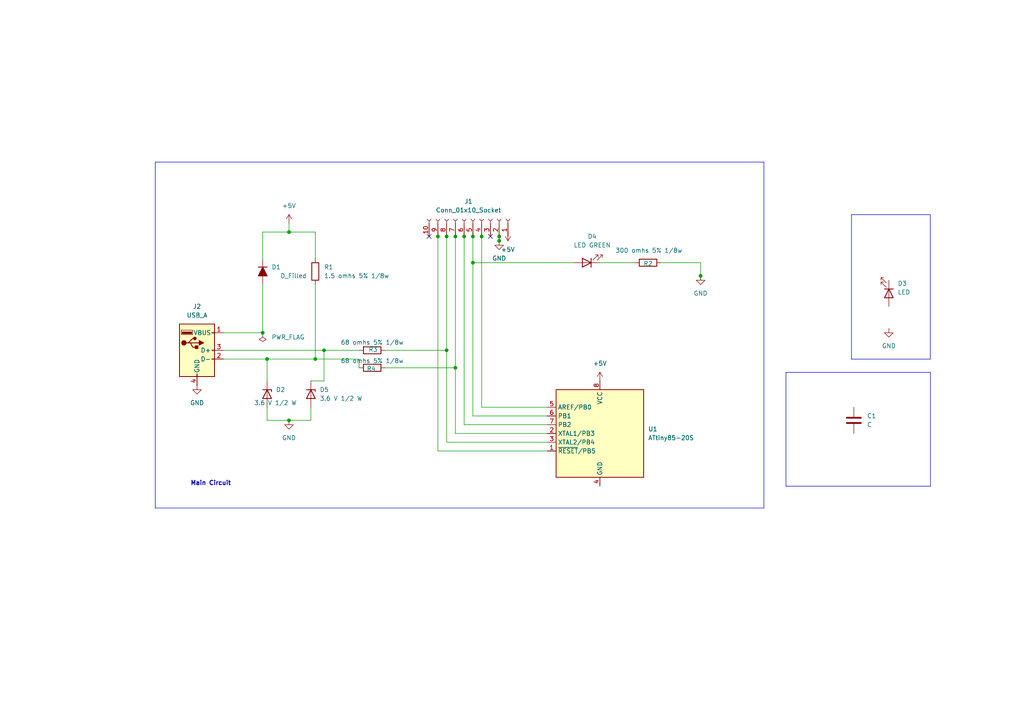
<source format=kicad_sch>
(kicad_sch (version 20250114) (generator "eeschema") (generator_version "9.0")
  (paper "A4")
  (title_block (date "2024-03-18") (rev "version Test2024") (company "UCC") (comment 1 "proyectoBase2024"))
  (lib_symbols
    (symbol "+5V_1" (power) (pin_names (offset 0))
      (property "Value" "+5V_1" (at 0 3.556 0))
      (symbol "+5V_1_0_1"
        (polyline (pts (xy -0.762 1.27) (xy 0 2.54)))
        (polyline (pts (xy 0 2.54) (xy 0.762 1.27)))
        (polyline (pts (xy 0 0) (xy 0 2.54)))
      )
      (symbol "+5V_1_1_1"
        (pin power_in line (at 0 0 90) (length 0) (hide yes) (name "+5V") (number "1"))
      )
    )
    (symbol "Connector:Conn_01x10_Socket" (pin_names (offset 1.016) (hide yes))
      (property "Reference" "J" (at 0 12.7 0))
      (property "Value" "Conn_01x10_Socket" (at 0 -15.24 0))
      (symbol "Conn_01x10_Socket_1_1"
        (polyline (pts (xy -1.27 10.16) (xy -0.508 10.16)) (stroke (width 0.1524)))
        (polyline (pts (xy -1.27 7.62) (xy -0.508 7.62)) (stroke (width 0.1524)))
        (polyline (pts (xy -1.27 5.08) (xy -0.508 5.08)) (stroke (width 0.1524)))
        (polyline (pts (xy -1.27 2.54) (xy -0.508 2.54)) (stroke (width 0.1524)))
        (polyline (pts (xy -1.27 0) (xy -0.508 0)) (stroke (width 0.1524)))
        (polyline (pts (xy -1.27 -2.54) (xy -0.508 -2.54)) (stroke (width 0.1524)))
        (polyline (pts (xy -1.27 -5.08) (xy -0.508 -5.08)) (stroke (width 0.1524)))
        (polyline (pts (xy -1.27 -7.62) (xy -0.508 -7.62)) (stroke (width 0.1524)))
        (polyline (pts (xy -1.27 -10.16) (xy -0.508 -10.16)) (stroke (width 0.1524)))
        (polyline (pts (xy -1.27 -12.7) (xy -0.508 -12.7)) (stroke (width 0.1524)))
        (arc (start 0 9.652) (mid -0.5058 10.16) (end 0 10.668) (stroke (width 0.1524)))
        (arc (start 0 7.112) (mid -0.5058 7.62) (end 0 8.128) (stroke (width 0.1524)))
        (arc (start 0 4.572) (mid -0.5058 5.08) (end 0 5.588) (stroke (width 0.1524)))
        (arc (start 0 2.032) (mid -0.5058 2.54) (end 0 3.048) (stroke (width 0.1524)))
        (arc (start 0 -0.508) (mid -0.5058 0) (end 0 0.508) (stroke (width 0.1524)))
        (arc (start 0 -3.048) (mid -0.5058 -2.54) (end 0 -2.032) (stroke (width 0.1524)))
        (arc (start 0 -5.588) (mid -0.5058 -5.08) (end 0 -4.572) (stroke (width 0.1524)))
        (arc (start 0 -8.128) (mid -0.5058 -7.62) (end 0 -7.112) (stroke (width 0.1524)))
        (arc (start 0 -10.668) (mid -0.5058 -10.16) (end 0 -9.652) (stroke (width 0.1524)))
        (arc (start 0 -13.208) (mid -0.5058 -12.7) (end 0 -12.192) (stroke (width 0.1524)))
        (pin passive line (at -5.08 10.16 0) (length 3.81) (name "Pin_1") (number "1"))
        (pin passive line (at -5.08 7.62 0) (length 3.81) (name "Pin_2") (number "2"))
        (pin passive line (at -5.08 5.08 0) (length 3.81) (name "Pin_3") (number "3"))
        (pin passive line (at -5.08 2.54 0) (length 3.81) (name "Pin_4") (number "4"))
        (pin passive line (at -5.08 0 0) (length 3.81) (name "Pin_5") (number "5"))
        (pin passive line (at -5.08 -2.54 0) (length 3.81) (name "Pin_6") (number "6"))
        (pin passive line (at -5.08 -5.08 0) (length 3.81) (name "Pin_7") (number "7"))
        (pin passive line (at -5.08 -7.62 0) (length 3.81) (name "Pin_8") (number "8"))
        (pin passive line (at -5.08 -10.16 0) (length 3.81) (name "Pin_9") (number "9"))
        (pin passive line (at -5.08 -12.7 0) (length 3.81) (name "Pin_10") (number "10"))
      )
    )
    (symbol "Connector:USB_A" (pin_names (offset 1.016))
      (property "Reference" "J2" (at 0 12.7 0))
      (property "Value" "USB_A" (at 0 10.16 0))
      (symbol "USB_A_0_1"
        (rectangle (start -5.08 -7.62) (end 5.08 7.62) (stroke (width 0.254)) (fill (type background)))
        (circle (center -3.81 2.159) (radius 0.635) (stroke (width 0.254)) (fill (type outline)))
        (polyline (pts (xy -3.175 2.159) (xy -2.54 2.159) (xy -1.27 3.429) (xy -0.635 3.429)) (stroke (width 0.254)))
        (polyline (pts (xy -2.54 2.159) (xy -1.905 2.159) (xy -1.27 0.889) (xy 0 0.889)) (stroke (width 0.254)))
        (rectangle (start -1.524 4.826) (end -4.318 5.334) (fill (type outline)))
        (rectangle (start -1.27 4.572) (end -4.572 5.842))
        (circle (center -0.635 3.429) (radius 0.381) (stroke (width 0.254)) (fill (type outline)))
        (rectangle (start -0.127 -7.62) (end 0.127 -6.858))
        (rectangle (start 0.254 1.27) (end -0.508 0.508) (stroke (width 0.254)) (fill (type outline)))
        (polyline (pts (xy 0.635 2.794) (xy 0.635 1.524) (xy 1.905 2.159) (xy 0.635 2.794)) (stroke (width 0.254)) (fill (type outline)))
        (rectangle (start 5.08 4.953) (end 4.318 5.207))
        (rectangle (start 5.08 -0.127) (end 4.318 0.127))
        (rectangle (start 5.08 -2.667) (end 4.318 -2.413))
      )
      (symbol "USB_A_1_1"
        (polyline (pts (xy -1.905 2.159) (xy 0.635 2.159)) (stroke (width 0.254)))
        (pin power_in line (at 0 -10.16 90) (length 2.54) (name "GND") (number "4"))
        (pin power_in line (at 7.62 5.08 180) (length 2.54) (name "VBUS") (number "1"))
        (pin bidirectional line (at 7.62 0 180) (length 2.54) (name "D+") (number "3"))
        (pin bidirectional line (at 7.62 -2.54 180) (length 2.54) (name "D-") (number "2"))
      )
    )
    (symbol "D_Filled_1" (pin_numbers (hide yes)) (pin_names (offset 1.016) (hide yes))
      (property "Reference" "D" (at 0 2.54 0))
      (property "Value" "D_Filled" (at 0 -2.54 0))
      (symbol "D_Filled_1_0_1"
        (polyline (pts (xy -1.27 1.27) (xy -1.27 -1.27)) (stroke (width 0.254)))
        (polyline (pts (xy 1.27 1.27) (xy 1.27 -1.27) (xy -1.27 0) (xy 1.27 1.27)) (stroke (width 0.254)) (fill (type outline)))
        (polyline (pts (xy 1.27 0) (xy -1.27 0)))
      )
      (symbol "D_Filled_1_1_1"
        (pin passive line (at -3.81 0 0) (length 2.54) (name "K") (number "1"))
        (pin passive line (at 3.81 0 180) (length 2.54) (name "A") (number "2"))
      )
    )
    (symbol "Device:C" (pin_numbers (hide yes)) (pin_names (offset 0.254))
      (property "Reference" "C" (at 0.635 2.54 0))
      (property "Value" "C" (at 0.635 -2.54 0))
      (symbol "C_0_1"
        (polyline (pts (xy -2.032 0.762) (xy 2.032 0.762)) (stroke (width 0.508)))
        (polyline (pts (xy -2.032 -0.762) (xy 2.032 -0.762)) (stroke (width 0.508)))
      )
      (symbol "C_1_1"
        (pin passive line (at 0 3.81 270) (length 2.794) (name "~") (number "1"))
        (pin passive line (at 0 -3.81 90) (length 2.794) (name "~") (number "2"))
      )
    )
    (symbol "Device:D_Zener" (pin_numbers (hide yes)) (pin_names (offset 1.016) (hide yes))
      (property "Reference" "D" (at 0 2.54 0))
      (property "Value" "D_Zener" (at 0 -2.54 0))
      (symbol "D_Zener_0_1"
        (polyline (pts (xy -1.27 -1.27) (xy -1.27 1.27) (xy -0.762 1.27)) (stroke (width 0.254)))
        (polyline (pts (xy 1.27 0) (xy -1.27 0)))
        (polyline (pts (xy 1.27 -1.27) (xy 1.27 1.27) (xy -1.27 0) (xy 1.27 -1.27)) (stroke (width 0.254)))
      )
      (symbol "D_Zener_1_1"
        (pin passive line (at -3.81 0 0) (length 2.54) (name "K") (number "1"))
        (pin passive line (at 3.81 0 180) (length 2.54) (name "A") (number "2"))
      )
    )
    (symbol "Device:LED" (pin_numbers (hide yes)) (pin_names (offset 1.016) (hide yes))
      (property "Reference" "D" (at 0 2.54 0))
      (property "Value" "LED" (at 0 -2.54 0))
      (symbol "LED_0_1"
        (polyline (pts (xy -3.048 -0.762) (xy -4.572 -2.286) (xy -3.81 -2.286) (xy -4.572 -2.286) (xy -4.572 -1.524)))
        (polyline (pts (xy -1.778 -0.762) (xy -3.302 -2.286) (xy -2.54 -2.286) (xy -3.302 -2.286) (xy -3.302 -1.524)))
        (polyline (pts (xy -1.27 0) (xy 1.27 0)))
        (polyline (pts (xy -1.27 -1.27) (xy -1.27 1.27)) (stroke (width 0.254)))
        (polyline (pts (xy 1.27 -1.27) (xy 1.27 1.27) (xy -1.27 0) (xy 1.27 -1.27)) (stroke (width 0.254)))
      )
      (symbol "LED_1_1"
        (pin passive line (at -3.81 0 0) (length 2.54) (name "K") (number "1"))
        (pin passive line (at 3.81 0 180) (length 2.54) (name "A") (number "2"))
      )
    )
    (symbol "Device:R" (pin_numbers (hide yes)) (pin_names (offset 0))
      (property "Reference" "R" (at 2.032 0 90))
      (property "Value" "R" (at 0 0 90))
      (symbol "R_0_1"
        (rectangle (start -1.016 -2.54) (end 1.016 2.54) (stroke (width 0.254)))
      )
      (symbol "R_1_1"
        (pin passive line (at 0 3.81 270) (length 1.27) (name "~") (number "1"))
        (pin passive line (at 0 -3.81 90) (length 1.27) (name "~") (number "2"))
      )
    )
    (symbol "GND_1" (power) (pin_names (offset 0))
      (property "Value" "GND_1" (at 0 -3.81 0))
      (symbol "GND_1_0_1"
        (polyline (pts (xy 0 0) (xy 0 -1.27) (xy 1.27 -1.27) (xy 0 -2.54) (xy -1.27 -1.27) (xy 0 -1.27)))
      )
      (symbol "GND_1_1_1"
        (pin power_in line (at 0 0 270) (length 0) (hide yes) (name "GND") (number "1"))
      )
    )
    (symbol "LED_1" (pin_numbers (hide yes)) (pin_names (offset 1.016) (hide yes))
      (property "Reference" "D" (at 0 2.54 0))
      (property "Value" "LED" (at 0 -2.54 0))
      (symbol "LED_1_0_1"
        (polyline (pts (xy -3.048 -0.762) (xy -4.572 -2.286) (xy -3.81 -2.286) (xy -4.572 -2.286) (xy -4.572 -1.524)))
        (polyline (pts (xy -1.778 -0.762) (xy -3.302 -2.286) (xy -2.54 -2.286) (xy -3.302 -2.286) (xy -3.302 -1.524)))
        (polyline (pts (xy -1.27 0) (xy 1.27 0)))
        (polyline (pts (xy -1.27 -1.27) (xy -1.27 1.27)) (stroke (width 0.254)))
        (polyline (pts (xy 1.27 -1.27) (xy 1.27 1.27) (xy -1.27 0) (xy 1.27 -1.27)) (stroke (width 0.254)))
      )
      (symbol "LED_1_1_1"
        (pin passive line (at -3.81 0 0) (length 2.54) (name "K") (number "1"))
        (pin passive line (at 3.81 0 180) (length 2.54) (name "A") (number "2"))
      )
    )
    (symbol "MCU_Microchip_ATtiny:ATtiny85-20S"
      (property "Reference" "U" (at -12.7 13.97 0))
      (property "Value" "ATtiny85-20S" (at 2.54 -13.97 0))
      (symbol "ATtiny85-20S_0_1"
        (rectangle (start -12.7 -12.7) (end 12.7 12.7) (stroke (width 0.254)) (fill (type background)))
      )
      (symbol "ATtiny85-20S_1_1"
        (pin power_in line (at 0 15.24 270) (length 2.54) (name "VCC") (number "8"))
        (pin power_in line (at 0 -15.24 90) (length 2.54) (name "GND") (number "4"))
        (pin bidirectional line (at 15.24 7.62 180) (length 2.54) (name "AREF/PB0") (number "5"))
        (pin bidirectional line (at 15.24 5.08 180) (length 2.54) (name "PB1") (number "6"))
        (pin bidirectional line (at 15.24 2.54 180) (length 2.54) (name "PB2") (number "7"))
        (pin bidirectional line (at 15.24 0 180) (length 2.54) (name "XTAL1/PB3") (number "2"))
        (pin bidirectional line (at 15.24 -2.54 180) (length 2.54) (name "XTAL2/PB4") (number "3"))
        (pin bidirectional line (at 15.24 -5.08 180) (length 2.54) (name "~{RESET}/PB5") (number "1"))
      )
    )
    (symbol "PWR_FLAG_1" (power) (pin_numbers (hide yes)) (pin_names (offset 0) (hide yes))
      (property "Value" "PWR_FLAG_1" (at 0 3.81 0))
      (symbol "PWR_FLAG_1_0_0"
        (pin power_out line (at 0 0 90) (length 0) (name "pwr") (number "1"))
      )
      (symbol "PWR_FLAG_1_0_1"
        (polyline (pts (xy 0 0) (xy 0 1.27) (xy -1.016 1.905) (xy 0 2.54) (xy 1.016 1.905) (xy 0 1.27)))
      )
    )
    (symbol "power:+5V" (power) (pin_numbers (hide yes)) (pin_names (offset 0) (hide yes))
      (property "Value" "+5V" (at 0 3.556 0))
      (symbol "+5V_0_1"
        (polyline (pts (xy -0.762 1.27) (xy 0 2.54)))
        (polyline (pts (xy 0 2.54) (xy 0.762 1.27)))
        (polyline (pts (xy 0 0) (xy 0 2.54)))
      )
      (symbol "+5V_1_1"
        (pin power_in line (at 0 0 90) (length 0) (name "~") (number "1"))
      )
    )
    (symbol "power:GND" (power) (pin_numbers (hide yes)) (pin_names (offset 0) (hide yes))
      (property "Value" "GND" (at 0 -3.81 0))
      (symbol "GND_0_1"
        (polyline (pts (xy 0 0) (xy 0 -1.27) (xy 1.27 -1.27) (xy 0 -2.54) (xy -1.27 -1.27) (xy 0 -1.27)))
      )
      (symbol "GND_1_1"
        (pin power_in line (at 0 0 270) (length 0) (name "~") (number "1"))
      )
    )
  )
  (text "Main Circuit" (at 55.1942 140.9954 0) (effects (font (size 1.27 1.27) (thickness 0.254) (bold yes)) (justify left bottom)))
  (junction (at 76.2 96.52))
  (junction (at 132.08 106.68))
  (junction (at 77.47 104.14))
  (junction (at 83.82 67.31))
  (junction (at 127 68.58))
  (junction (at 137.16 76.2))
  (junction (at 132.08 68.58))
  (junction (at 93.98 101.6))
  (junction (at 83.82 121.92))
  (junction (at 134.62 68.58))
  (junction (at 91.44 104.14))
  (junction (at 129.54 68.58))
  (junction (at 203.2 80.01))
  (junction (at 129.54 101.6))
  (junction (at 139.7 68.58))
  (junction (at 144.78 69.85))
  (junction (at 144.78 68.58))
  (junction (at 137.16 68.58))
  (no_connect (at 142.24 68.58))
  (no_connect (at 124.46 68.58))
  (wire (pts (xy 139.7 68.58) (xy 139.7 118.11)))
  (wire (pts (xy 83.82 121.92) (xy 90.17 121.92)))
  (wire (pts (xy 64.77 101.6) (xy 93.98 101.6)))
  (wire (pts (xy 134.62 68.58) (xy 134.62 123.19)))
  (wire (pts (xy 134.62 123.19) (xy 158.75 123.19)))
  (polyline (pts (xy 45.0342 147.3454) (xy 45.0342 47.0154)))
  (wire (pts (xy 91.44 104.14) (xy 104.14 104.14)))
  (wire (pts (xy 76.2 82.55) (xy 76.2 96.52)))
  (wire (pts (xy 90.17 110.49) (xy 93.98 110.49)))
  (polyline (pts (xy 221.5642 47.0154) (xy 221.5642 147.3454)))
  (wire (pts (xy 191.77 76.2) (xy 203.2 76.2)))
  (wire (pts (xy 203.2 80.01) (xy 203.2 81.28)))
  (wire (pts (xy 111.76 106.68) (xy 132.08 106.68)))
  (wire (pts (xy 127 130.81) (xy 158.75 130.81)))
  (wire (pts (xy 137.16 76.2) (xy 166.37 76.2)))
  (wire (pts (xy 77.47 118.11) (xy 77.47 121.92)))
  (wire (pts (xy 132.08 68.58) (xy 132.08 106.68)))
  (wire (pts (xy 83.82 64.77) (xy 83.82 67.31)))
  (wire (pts (xy 139.7 118.11) (xy 158.75 118.11)))
  (wire (pts (xy 90.17 121.92) (xy 90.17 118.11)))
  (wire (pts (xy 76.2 67.31) (xy 76.2 74.93)))
  (wire (pts (xy 93.98 110.49) (xy 93.98 101.6)))
  (polyline (pts (xy 269.8242 62.2554) (xy 269.8242 104.1654)))
  (wire (pts (xy 137.16 67.31) (xy 137.16 68.58)))
  (wire (pts (xy 144.78 69.85) (xy 144.78 71.12)))
  (polyline (pts (xy 227.965 108.0008) (xy 269.875 108.0008)))
  (wire (pts (xy 144.78 66.04) (xy 144.78 68.58)))
  (wire (pts (xy 91.44 74.93) (xy 91.44 67.31)))
  (wire (pts (xy 77.47 104.14) (xy 77.47 110.49)))
  (polyline (pts (xy 269.8242 104.1654) (xy 246.9642 104.1654)))
  (polyline (pts (xy 227.965 141.0208) (xy 227.965 108.0008)))
  (polyline (pts (xy 221.5642 147.3454) (xy 45.0342 147.3454)))
  (wire (pts (xy 132.08 125.73) (xy 158.75 125.73)))
  (wire (pts (xy 134.62 67.31) (xy 134.62 68.58)))
  (wire (pts (xy 91.44 67.31) (xy 83.82 67.31)))
  (wire (pts (xy 132.08 106.68) (xy 132.08 125.73)))
  (wire (pts (xy 93.98 101.6) (xy 104.14 101.6)))
  (wire (pts (xy 139.7 67.31) (xy 139.7 68.58)))
  (wire (pts (xy 127 67.31) (xy 127 68.58)))
  (wire (pts (xy 144.78 68.58) (xy 144.78 69.85)))
  (wire (pts (xy 83.82 67.31) (xy 76.2 67.31)))
  (wire (pts (xy 104.14 104.14) (xy 104.14 106.68)))
  (wire (pts (xy 127 68.58) (xy 127 130.81)))
  (wire (pts (xy 132.08 67.31) (xy 132.08 68.58)))
  (polyline (pts (xy 246.9642 104.1654) (xy 246.9642 62.2554)))
  (polyline (pts (xy 246.9642 62.2554) (xy 269.8242 62.2554)))
  (wire (pts (xy 91.44 82.55) (xy 91.44 104.14)))
  (wire (pts (xy 137.16 76.2) (xy 137.16 120.65)))
  (wire (pts (xy 111.76 101.6) (xy 129.54 101.6)))
  (wire (pts (xy 137.16 68.58) (xy 137.16 76.2)))
  (wire (pts (xy 173.99 76.2) (xy 184.15 76.2)))
  (wire (pts (xy 129.54 101.6) (xy 129.54 128.27)))
  (wire (pts (xy 129.54 68.58) (xy 129.54 101.6)))
  (wire (pts (xy 203.2 76.2) (xy 203.2 80.01)))
  (wire (pts (xy 77.47 121.92) (xy 83.82 121.92)))
  (polyline (pts (xy 269.875 108.0008) (xy 269.875 141.0208)))
  (wire (pts (xy 76.2 96.52) (xy 64.77 96.52)))
  (polyline (pts (xy 45.0342 47.0154) (xy 221.5642 47.0154)))
  (wire (pts (xy 129.54 128.27) (xy 158.75 128.27)))
  (wire (pts (xy 77.47 104.14) (xy 91.44 104.14)))
  (polyline (pts (xy 269.875 141.0208) (xy 227.965 141.0208)))
  (wire (pts (xy 64.77 104.14) (xy 77.47 104.14)))
  (wire (pts (xy 129.54 67.31) (xy 129.54 68.58)))
  (wire (pts (xy 137.16 120.65) (xy 158.75 120.65)))
  (symbol (lib_id "power:GND") (at 83.82 121.92 0) (unit 1)
    (property "Reference" "#PWR08" (effects (hide yes)))
    (property "Value" "GND" (at 83.82 127 0))
    (property "Description" "Power symbol creates a global label with name \"GND\" , ground" (effects (hide yes)))
  )
  (symbol (lib_id "power:+5V") (at 173.99 110.49 0) (unit 1)
    (property "Reference" "#PWR04" (effects (hide yes)))
    (property "Value" "+5V" (at 173.99 105.41 0))
    (property "Description" "Power symbol creates a global label with name \"+5V\"" (effects (hide yes)))
  )
  (symbol (lib_id "Device:LED") (at 257.81 85.09 270) (unit 1)
    (property "Reference" "D3" (at 260.35 82.2325 90) (effects (justify left)))
    (property "Value" "LED" (at 260.35 84.7725 90) (effects (justify left)))
    (property "Footprint" "ledSmd:ledSMD" (effects (hide yes)))
  )
  (symbol (lib_id "Device:R") (at 91.44 78.74 0) (unit 1)
    (property "Reference" "R1" (at 93.98 77.47 0) (effects (justify left)))
    (property "Value" "1.5 omhs 5% 1/8w" (at 93.98 80.01 0) (effects (justify left)))
    (property "Footprint" "Resistor_SMD:R_0805_2012Metric_Pad1.20x1.40mm_HandSolder" (effects (hide yes)))
  )
  (symbol (lib_id "Device:R") (at 187.96 76.2 90) (unit 1)
    (property "Reference" "R2" (at 187.96 76.454 90))
    (property "Value" "300 omhs 5% 1/8w" (at 188.214 72.644 90))
    (property "Description" "Resistor" (effects (hide yes)))
  )
  (symbol (lib_id "Device:D_Zener") (at 77.47 114.3 270) (unit 1)
    (property "Reference" "D2" (at 80.01 113.03 90) (effects (justify left)))
    (property "Value" "3.6 V 1/2 W" (at 73.66 116.84 90) (effects (justify left)))
    (property "Footprint" "Diode_SMD:D_SOD-123" (effects (hide yes)))
  )
  (symbol (lib_id "MCU_Microchip_ATtiny:ATtiny85-20S") (at 173.99 125.73 0) (mirror y) (unit 1)
    (property "Reference" "U1" (at 187.96 124.4599 0) (effects (justify right)))
    (property "Value" "ATtiny85-20S" (at 187.96 126.9999 0) (effects (justify right)))
    (property "Footprint" "Package_SO:SOIC-8W_5.3x5.3mm_P1.27mm" (effects (hide yes)))
    (property "Datasheet" "http://ww1.microchip.com/downloads/en/DeviceDoc/atmel-2586-avr-8-bit-microcontroller-attiny25-attiny45-attiny85_datasheet.pdf" (effects (hide yes)))
  )
  (symbol (lib_id "Device:D_Zener") (at 90.17 114.3 270) (unit 1)
    (property "Reference" "D5" (at 92.71 113.03 90) (effects (justify left)))
    (property "Value" "3.6 V 1/2 W" (at 92.71 115.57 90) (effects (justify left)))
    (property "Footprint" "Diode_SMD:D_SOD-123" (effects (hide yes)))
  )
  (symbol (lib_id "Connector:Conn_01x10_Socket") (at 137.16 63.5 270) (mirror x) (unit 1)
    (property "Reference" "J1" (at 135.89 58.42 90))
    (property "Value" "Conn_01x10_Socket" (at 135.89 60.96 90))
    (property "Footprint" "Connector_PinHeader_2.54mm:PinHeader_1x10_P2.54mm_Vertical" (effects (hide yes)))
  )
  (symbol (lib_id "power:GND") (at 203.2 80.01 0) (unit 1)
    (property "Reference" "#PWR05" (effects (hide yes)))
    (property "Value" "GND" (at 203.2 85.09 0))
    (property "Description" "Power symbol creates a global label with name \"GND\" , ground" (effects (hide yes)))
  )
  (symbol (lib_name "PWR_FLAG_1") (lib_id "power:PWR_FLAG") (at 76.2 96.52 180) (unit 1)
    (property "Reference" "#FLG01" (effects (hide yes)))
    (property "Value" "PWR_FLAG" (at 78.74 97.7899 0) (effects (justify right)))
  )
  (symbol (lib_id "power:+5V") (at 147.32 67.31 180) (unit 1)
    (property "Reference" "#PWR07" (effects (hide yes)))
    (property "Value" "+5V" (at 147.32 72.39 0))
    (property "Description" "Power symbol creates a global label with name \"+5V\"" (effects (hide yes)))
  )
  (symbol (lib_id "Connector:USB_A") (at 57.15 101.6 0) (unit 1)
    (property "Reference" "J2" (at 57.15 88.9 0))
    (property "Value" "USB_A" (at 57.15 91.44 0))
    (property "Footprint" "embeddedPcbUsb:USB_A_UCC" (effects (hide yes)))
    (property "Datasheet" " ~" (effects (hide yes)))
  )
  (symbol (lib_name "GND_1") (lib_id "power:GND") (at 257.81 95.25 0) (unit 1)
    (property "Reference" "#PWR02" (effects (hide yes)))
    (property "Value" "GND" (at 257.81 100.33 0))
  )
  (symbol (lib_name "LED_1") (lib_id "Device:LED") (at 170.18 76.2 180) (unit 1)
    (property "Reference" "D4" (at 171.7675 68.58 0))
    (property "Value" "LED GREEN" (at 171.7675 71.12 0))
    (property "Description" "Light emitting diode" (effects (hide yes)))
    (property "Sim.Pins" "1=K 2=A" (effects (hide yes)))
  )
  (symbol (lib_name "+5V_1") (lib_id "power:+5V") (at 83.82 64.77 0) (unit 1)
    (property "Reference" "#PWR01" (effects (hide yes)))
    (property "Value" "+5V" (at 83.82 59.69 0))
  )
  (symbol (lib_id "power:GND") (at 144.78 69.85 0) (unit 1)
    (property "Reference" "#PWR06" (effects (hide yes)))
    (property "Value" "GND" (at 144.78 74.93 0))
    (property "Description" "Power symbol creates a global label with name \"GND\" , ground" (effects (hide yes)))
  )
  (symbol (lib_id "Device:R") (at 107.95 101.6 90) (unit 1)
    (property "Reference" "R3" (at 108.204 101.346 90))
    (property "Value" "68 omhs 5% 1/8w" (at 107.95 99.314 90))
    (property "Description" "Resistor" (effects (hide yes)))
  )
  (symbol (lib_id "power:GND") (at 57.15 111.76 0) (unit 1)
    (property "Reference" "#PWR03" (effects (hide yes)))
    (property "Value" "GND" (at 57.15 116.84 0))
    (property "Description" "Power symbol creates a global label with name \"GND\" , ground" (effects (hide yes)))
  )
  (symbol (lib_id "Device:R") (at 107.95 106.68 90) (unit 1)
    (property "Reference" "R4" (at 107.696 106.934 90))
    (property "Value" "68 omhs 5% 1/8w" (at 107.95 104.648 90))
    (property "Description" "Resistor" (effects (hide yes)))
  )
  (symbol (lib_id "Device:C") (at 247.65 121.92 0) (unit 1)
    (property "Reference" "C1" (at 251.46 120.65 0) (effects (justify left)))
    (property "Value" "C" (at 251.46 123.19 0) (effects (justify left)))
    (property "Footprint" "Capacitor_SMD:C_0805_2012Metric_Pad1.18x1.45mm_HandSolder" (effects (hide yes)))
  )
  (symbol (lib_name "D_Filled_1") (lib_id "Device:D_Filled") (at 76.2 78.74 270) (unit 1)
    (property "Reference" "D1" (at 78.74 77.47 90) (effects (justify left)))
    (property "Value" "D_Filled" (at 81.28 80.01 90) (effects (justify left)))
    (property "Footprint" "Diode_SMD:D_MiniMELF" (effects (hide yes)))
    (property "Sim.Device" "D" (effects (hide yes)))
    (property "Sim.Pins" "1=K 2=A" (effects (hide yes)))
  )
)
</source>
